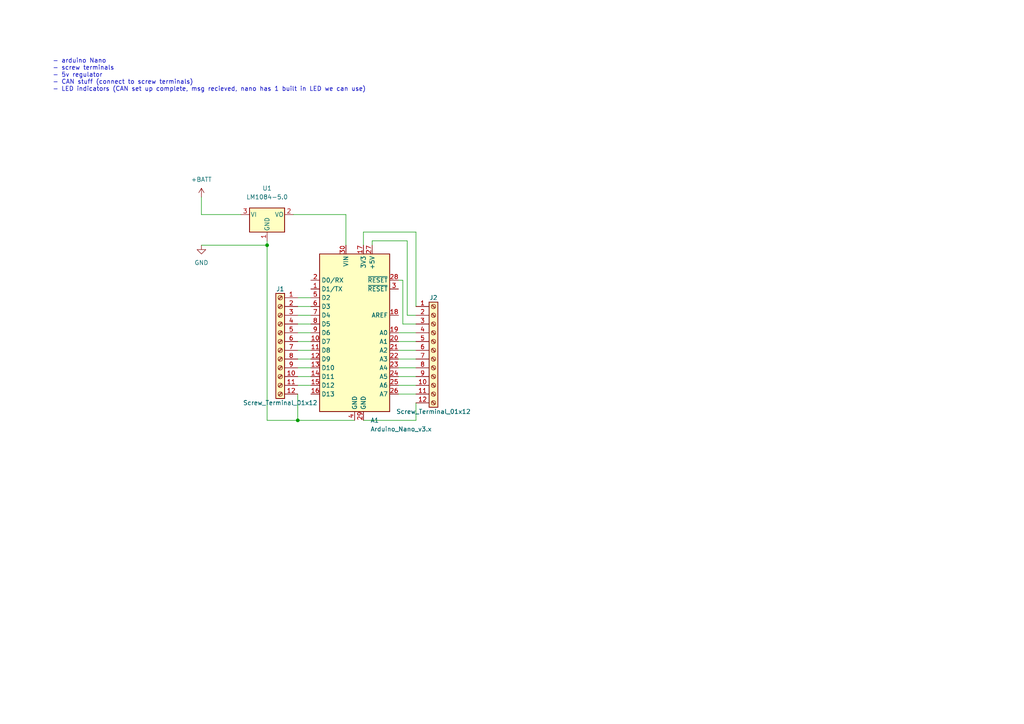
<source format=kicad_sch>
(kicad_sch (version 20211123) (generator eeschema)
  (paper "A4")
  (lib_symbols
    (symbol "Connector:Screw_Terminal_01x12" (pin_names (offset 1.016) hide)
      (property "Reference" "J" (at 0 15.24 0))
      (property "Value" "Screw_Terminal_01x12" (at 0 -17.78 0))
      (symbol "Screw_Terminal_01x12_1_1"
        (rectangle (start -1.27 13.97) (end 1.27 -16.51) (stroke (width 0.254)) (fill (type background)))
        (circle (center 0 -15.24) (radius 0.635) (stroke (width 0.1524)))
        (circle (center 0 -12.7) (radius 0.635) (stroke (width 0.1524)))
        (circle (center 0 -10.16) (radius 0.635) (stroke (width 0.1524)))
        (circle (center 0 -7.62) (radius 0.635) (stroke (width 0.1524)))
        (circle (center 0 -5.08) (radius 0.635) (stroke (width 0.1524)))
        (circle (center 0 -2.54) (radius 0.635) (stroke (width 0.1524)))
        (polyline (pts (xy -0.5334 -14.9098) (xy 0.3302 -15.748)) (stroke (width 0.1524)))
        (polyline (pts (xy -0.5334 -12.3698) (xy 0.3302 -13.208)) (stroke (width 0.1524)))
        (polyline (pts (xy -0.5334 -9.8298) (xy 0.3302 -10.668)) (stroke (width 0.1524)))
        (polyline (pts (xy -0.5334 -7.2898) (xy 0.3302 -8.128)) (stroke (width 0.1524)))
        (polyline (pts (xy -0.5334 -4.7498) (xy 0.3302 -5.588)) (stroke (width 0.1524)))
        (polyline (pts (xy -0.5334 -2.2098) (xy 0.3302 -3.048)) (stroke (width 0.1524)))
        (polyline (pts (xy -0.5334 0.3302) (xy 0.3302 -0.508)) (stroke (width 0.1524)))
        (polyline (pts (xy -0.5334 2.8702) (xy 0.3302 2.032)) (stroke (width 0.1524)))
        (polyline (pts (xy -0.5334 5.4102) (xy 0.3302 4.572)) (stroke (width 0.1524)))
        (polyline (pts (xy -0.5334 7.9502) (xy 0.3302 7.112)) (stroke (width 0.1524)))
        (polyline (pts (xy -0.5334 10.4902) (xy 0.3302 9.652)) (stroke (width 0.1524)))
        (polyline (pts (xy -0.5334 13.0302) (xy 0.3302 12.192)) (stroke (width 0.1524)))
        (polyline (pts (xy -0.3556 -14.732) (xy 0.508 -15.5702)) (stroke (width 0.1524)))
        (polyline (pts (xy -0.3556 -12.192) (xy 0.508 -13.0302)) (stroke (width 0.1524)))
        (polyline (pts (xy -0.3556 -9.652) (xy 0.508 -10.4902)) (stroke (width 0.1524)))
        (polyline (pts (xy -0.3556 -7.112) (xy 0.508 -7.9502)) (stroke (width 0.1524)))
        (polyline (pts (xy -0.3556 -4.572) (xy 0.508 -5.4102)) (stroke (width 0.1524)))
        (polyline (pts (xy -0.3556 -2.032) (xy 0.508 -2.8702)) (stroke (width 0.1524)))
        (polyline (pts (xy -0.3556 0.508) (xy 0.508 -0.3302)) (stroke (width 0.1524)))
        (polyline (pts (xy -0.3556 3.048) (xy 0.508 2.2098)) (stroke (width 0.1524)))
        (polyline (pts (xy -0.3556 5.588) (xy 0.508 4.7498)) (stroke (width 0.1524)))
        (polyline (pts (xy -0.3556 8.128) (xy 0.508 7.2898)) (stroke (width 0.1524)))
        (polyline (pts (xy -0.3556 10.668) (xy 0.508 9.8298)) (stroke (width 0.1524)))
        (polyline (pts (xy -0.3556 13.208) (xy 0.508 12.3698)) (stroke (width 0.1524)))
        (circle (center 0 0) (radius 0.635) (stroke (width 0.1524)))
        (circle (center 0 2.54) (radius 0.635) (stroke (width 0.1524)))
        (circle (center 0 5.08) (radius 0.635) (stroke (width 0.1524)))
        (circle (center 0 7.62) (radius 0.635) (stroke (width 0.1524)))
        (circle (center 0 10.16) (radius 0.635) (stroke (width 0.1524)))
        (circle (center 0 12.7) (radius 0.635) (stroke (width 0.1524)))
        (pin passive line (at -5.08 12.7 0) (length 3.81) (name "Pin_1") (number "1"))
        (pin passive line (at -5.08 -10.16 0) (length 3.81) (name "Pin_10") (number "10"))
        (pin passive line (at -5.08 -12.7 0) (length 3.81) (name "Pin_11") (number "11"))
        (pin passive line (at -5.08 -15.24 0) (length 3.81) (name "Pin_12") (number "12"))
        (pin passive line (at -5.08 10.16 0) (length 3.81) (name "Pin_2") (number "2"))
        (pin passive line (at -5.08 7.62 0) (length 3.81) (name "Pin_3") (number "3"))
        (pin passive line (at -5.08 5.08 0) (length 3.81) (name "Pin_4") (number "4"))
        (pin passive line (at -5.08 2.54 0) (length 3.81) (name "Pin_5") (number "5"))
        (pin passive line (at -5.08 0 0) (length 3.81) (name "Pin_6") (number "6"))
        (pin passive line (at -5.08 -2.54 0) (length 3.81) (name "Pin_7") (number "7"))
        (pin passive line (at -5.08 -5.08 0) (length 3.81) (name "Pin_8") (number "8"))
        (pin passive line (at -5.08 -7.62 0) (length 3.81) (name "Pin_9") (number "9"))
      )
    )
    (symbol "MCU_Module:Arduino_Nano_v3.x"
      (property "Reference" "A" (at -10.16 23.495 0))
      (property "Value" "Arduino_Nano_v3.x" (at 5.08 -24.13 0))
      (symbol "Arduino_Nano_v3.x_0_1"
        (rectangle (start -10.16 22.86) (end 10.16 -22.86) (stroke (width 0.254)) (fill (type background)))
      )
      (symbol "Arduino_Nano_v3.x_1_1"
        (pin bidirectional line (at -12.7 12.7 0) (length 2.54) (name "D1/TX") (number "1"))
        (pin bidirectional line (at -12.7 -2.54 0) (length 2.54) (name "D7") (number "10"))
        (pin bidirectional line (at -12.7 -5.08 0) (length 2.54) (name "D8") (number "11"))
        (pin bidirectional line (at -12.7 -7.62 0) (length 2.54) (name "D9") (number "12"))
        (pin bidirectional line (at -12.7 -10.16 0) (length 2.54) (name "D10") (number "13"))
        (pin bidirectional line (at -12.7 -12.7 0) (length 2.54) (name "D11") (number "14"))
        (pin bidirectional line (at -12.7 -15.24 0) (length 2.54) (name "D12") (number "15"))
        (pin bidirectional line (at -12.7 -17.78 0) (length 2.54) (name "D13") (number "16"))
        (pin power_out line (at 2.54 25.4 270) (length 2.54) (name "3V3") (number "17"))
        (pin input line (at 12.7 5.08 180) (length 2.54) (name "AREF") (number "18"))
        (pin bidirectional line (at 12.7 0 180) (length 2.54) (name "A0") (number "19"))
        (pin bidirectional line (at -12.7 15.24 0) (length 2.54) (name "D0/RX") (number "2"))
        (pin bidirectional line (at 12.7 -2.54 180) (length 2.54) (name "A1") (number "20"))
        (pin bidirectional line (at 12.7 -5.08 180) (length 2.54) (name "A2") (number "21"))
        (pin bidirectional line (at 12.7 -7.62 180) (length 2.54) (name "A3") (number "22"))
        (pin bidirectional line (at 12.7 -10.16 180) (length 2.54) (name "A4") (number "23"))
        (pin bidirectional line (at 12.7 -12.7 180) (length 2.54) (name "A5") (number "24"))
        (pin bidirectional line (at 12.7 -15.24 180) (length 2.54) (name "A6") (number "25"))
        (pin bidirectional line (at 12.7 -17.78 180) (length 2.54) (name "A7") (number "26"))
        (pin power_out line (at 5.08 25.4 270) (length 2.54) (name "+5V") (number "27"))
        (pin input line (at 12.7 15.24 180) (length 2.54) (name "~{RESET}") (number "28"))
        (pin power_in line (at 2.54 -25.4 90) (length 2.54) (name "GND") (number "29"))
        (pin input line (at 12.7 12.7 180) (length 2.54) (name "~{RESET}") (number "3"))
        (pin power_in line (at -2.54 25.4 270) (length 2.54) (name "VIN") (number "30"))
        (pin power_in line (at 0 -25.4 90) (length 2.54) (name "GND") (number "4"))
        (pin bidirectional line (at -12.7 10.16 0) (length 2.54) (name "D2") (number "5"))
        (pin bidirectional line (at -12.7 7.62 0) (length 2.54) (name "D3") (number "6"))
        (pin bidirectional line (at -12.7 5.08 0) (length 2.54) (name "D4") (number "7"))
        (pin bidirectional line (at -12.7 2.54 0) (length 2.54) (name "D5") (number "8"))
        (pin bidirectional line (at -12.7 0 0) (length 2.54) (name "D6") (number "9"))
      )
    )
    (symbol "Regulator_Linear:LM1084-5.0" (pin_names (offset 0.254))
      (property "Reference" "U" (at -3.81 3.175 0))
      (property "Value" "LM1084-5.0" (at 0 3.175 0))
      (symbol "LM1084-5.0_0_1"
        (rectangle (start -5.08 1.905) (end 5.08 -5.08) (stroke (width 0.254)) (fill (type background)))
      )
      (symbol "LM1084-5.0_1_1"
        (pin power_in line (at 0 -7.62 90) (length 2.54) (name "GND") (number "1"))
        (pin power_out line (at 7.62 0 180) (length 2.54) (name "VO") (number "2"))
        (pin power_in line (at -7.62 0 0) (length 2.54) (name "VI") (number "3"))
      )
    )
    (symbol "power:+BATT" (power) (pin_names (offset 0))
      (property "Value" "+BATT" (at 0 3.556 0))
      (symbol "+BATT_0_1"
        (polyline (pts (xy -0.762 1.27) (xy 0 2.54)))
        (polyline (pts (xy 0 0) (xy 0 2.54)))
        (polyline (pts (xy 0 2.54) (xy 0.762 1.27)))
      )
      (symbol "+BATT_1_1"
        (pin power_in line (at 0 0 90) (length 0) hide (name "+BATT") (number "1"))
      )
    )
    (symbol "power:GND" (power) (pin_names (offset 0))
      (property "Value" "GND" (at 0 -3.81 0))
      (symbol "GND_0_1"
        (polyline (pts (xy 0 0) (xy 0 -1.27) (xy 1.27 -1.27) (xy 0 -2.54) (xy -1.27 -1.27) (xy 0 -1.27)))
      )
      (symbol "GND_1_1"
        (pin power_in line (at 0 0 270) (length 0) hide (name "GND") (number "1"))
      )
    )
  )
  (junction (at 86.36 121.92))
  (junction (at 77.47 71.12))
  (wire (pts (xy 115.57 109.22) (xy 120.65 109.22)))
  (wire (pts (xy 85.09 62.23) (xy 100.33 62.23)))
  (wire (pts (xy 86.36 121.92) (xy 77.47 121.92)))
  (wire (pts (xy 115.57 101.6) (xy 120.65 101.6)))
  (wire (pts (xy 120.65 67.31) (xy 105.41 67.31)))
  (wire (pts (xy 86.36 91.44) (xy 90.17 91.44)))
  (wire (pts (xy 86.36 114.3) (xy 86.36 121.92)))
  (wire (pts (xy 105.41 67.31) (xy 105.41 71.12)))
  (wire (pts (xy 102.87 121.92) (xy 86.36 121.92)))
  (wire (pts (xy 120.65 121.92) (xy 120.65 116.84)))
  (wire (pts (xy 86.36 86.36) (xy 90.17 86.36)))
  (wire (pts (xy 86.36 104.14) (xy 90.17 104.14)))
  (wire (pts (xy 86.36 88.9) (xy 90.17 88.9)))
  (wire (pts (xy 116.84 93.98) (xy 116.84 81.28)))
  (wire (pts (xy 77.47 121.92) (xy 77.47 71.12)))
  (wire (pts (xy 116.84 81.28) (xy 115.57 81.28)))
  (wire (pts (xy 86.36 96.52) (xy 90.17 96.52)))
  (wire (pts (xy 120.65 88.9) (xy 120.65 67.31)))
  (wire (pts (xy 107.95 69.85) (xy 118.11 69.85)))
  (wire (pts (xy 120.65 93.98) (xy 116.84 93.98)))
  (wire (pts (xy 118.11 69.85) (xy 118.11 91.44)))
  (wire (pts (xy 118.11 91.44) (xy 120.65 91.44)))
  (wire (pts (xy 58.42 71.12) (xy 77.47 71.12)))
  (wire (pts (xy 100.33 62.23) (xy 100.33 71.12)))
  (wire (pts (xy 86.36 106.68) (xy 90.17 106.68)))
  (wire (pts (xy 105.41 121.92) (xy 120.65 121.92)))
  (wire (pts (xy 86.36 99.06) (xy 90.17 99.06)))
  (wire (pts (xy 115.57 114.3) (xy 120.65 114.3)))
  (wire (pts (xy 86.36 101.6) (xy 90.17 101.6)))
  (wire (pts (xy 115.57 99.06) (xy 120.65 99.06)))
  (wire (pts (xy 107.95 71.12) (xy 107.95 69.85)))
  (wire (pts (xy 86.36 111.76) (xy 90.17 111.76)))
  (wire (pts (xy 115.57 111.76) (xy 120.65 111.76)))
  (wire (pts (xy 58.42 62.23) (xy 69.85 62.23)))
  (wire (pts (xy 115.57 104.14) (xy 120.65 104.14)))
  (wire (pts (xy 86.36 93.98) (xy 90.17 93.98)))
  (wire (pts (xy 58.42 57.15) (xy 58.42 62.23)))
  (wire (pts (xy 86.36 109.22) (xy 90.17 109.22)))
  (wire (pts (xy 77.47 71.12) (xy 77.47 69.85)))
  (wire (pts (xy 115.57 106.68) (xy 120.65 106.68)))
  (wire (pts (xy 115.57 96.52) (xy 120.65 96.52)))
  (text "- arduino Nano\n- screw terminals\n- 5v regulator\n- CAN stuff (connect to screw terminals)\n- LED indicators (CAN set up complete, msg recieved, nano has 1 built in LED we can use)" (at 15.24 26.67 0) (effects (font (size 1.27 1.27)) (justify left bottom)))
  (symbol (lib_id "MCU_Module:Arduino_Nano_v3.x") (at 102.87 96.52 0) (unit 1)
    (property "Reference" "A1" (at 107.4294 121.92 0) (effects (justify left)))
    (property "Value" "Arduino_Nano_v3.x" (at 107.4294 124.46 0) (effects (justify left)))
    (property "Footprint" "Module:Arduino_Nano" (effects hide))
    (property "Datasheet" "http://www.mouser.com/pdfdocs/Gravitech_Arduino_Nano3_0.pdf" (effects hide))
  )
  (symbol (lib_id "Regulator_Linear:LM1084-5.0") (at 77.47 62.23 0) (unit 1)
    (property "Reference" "U1" (at 77.47 54.61 0))
    (property "Value" "LM1084-5.0" (at 77.47 57.15 0))
    (property "Footprint" "Package_TO_SOT_THT:TO-220F-3_Horizontal_TabDown" (effects hide))
    (property "Datasheet" "http://www.ti.com/lit/ds/symlink/lm1084.pdf" (effects hide))
  )
  (symbol (lib_id "power:GND") (at 58.42 71.12 0) (unit 1)
    (property "Reference" "#PWR0101" (effects hide))
    (property "Value" "GND" (at 58.42 76.2 0))
  )
  (symbol (lib_id "Connector:Screw_Terminal_01x12") (at 125.73 101.6 0) (unit 1)
    (property "Reference" "J2" (at 125.73 86.36 0))
    (property "Value" "Screw_Terminal_01x12" (at 125.73 119.38 0))
    (property "Footprint" "TerminalBlock_4Ucon:TerminalBlock_4Ucon_1x12_P3.50mm_Horizontal" (effects hide))
  )
  (symbol (lib_id "Connector:Screw_Terminal_01x12") (at 81.28 99.06 0) (mirror y) (unit 1)
    (property "Reference" "J1" (at 81.28 83.82 0))
    (property "Value" "Screw_Terminal_01x12" (at 81.28 116.84 0))
    (property "Footprint" "TerminalBlock_4Ucon:TerminalBlock_4Ucon_1x12_P3.50mm_Horizontal" (effects hide))
  )
  (symbol (lib_id "power:+BATT") (at 58.42 57.15 0) (unit 1)
    (property "Reference" "#PWR0102" (effects hide))
    (property "Value" "+BATT" (at 58.42 52.07 0))
  )
)
</source>
